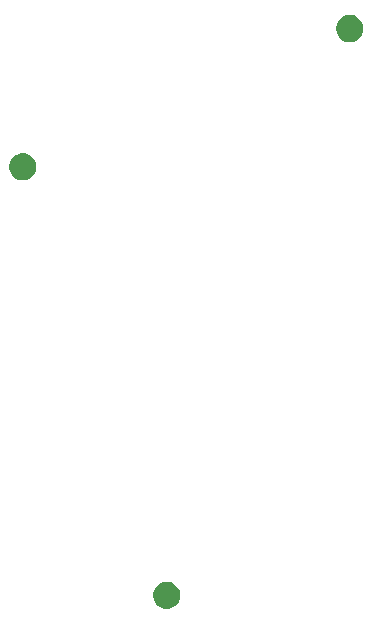
<source format=gbr>
G04 #@! TF.GenerationSoftware,KiCad,Pcbnew,5.1.5+dfsg1-2build2*
G04 #@! TF.CreationDate,2021-03-18T18:12:45+09:00*
G04 #@! TF.ProjectId,puck,7075636b-2e6b-4696-9361-645f70636258,rev?*
G04 #@! TF.SameCoordinates,Original*
G04 #@! TF.FileFunction,Soldermask,Bot*
G04 #@! TF.FilePolarity,Negative*
%FSLAX46Y46*%
G04 Gerber Fmt 4.6, Leading zero omitted, Abs format (unit mm)*
G04 Created by KiCad (PCBNEW 5.1.5+dfsg1-2build2) date 2021-03-18 18:12:45*
%MOMM*%
%LPD*%
G04 APERTURE LIST*
%ADD10C,0.020000*%
G04 APERTURE END LIST*
D10*
G36*
X122374549Y-144071116D02*
G01*
X122485734Y-144093232D01*
X122695203Y-144179997D01*
X122883720Y-144305960D01*
X123044040Y-144466280D01*
X123170003Y-144654797D01*
X123256768Y-144864266D01*
X123301000Y-145086636D01*
X123301000Y-145313364D01*
X123256768Y-145535734D01*
X123170003Y-145745203D01*
X123044040Y-145933720D01*
X122883720Y-146094040D01*
X122695203Y-146220003D01*
X122485734Y-146306768D01*
X122374549Y-146328884D01*
X122263365Y-146351000D01*
X122036635Y-146351000D01*
X121925451Y-146328884D01*
X121814266Y-146306768D01*
X121604797Y-146220003D01*
X121416280Y-146094040D01*
X121255960Y-145933720D01*
X121129997Y-145745203D01*
X121043232Y-145535734D01*
X120999000Y-145313364D01*
X120999000Y-145086636D01*
X121043232Y-144864266D01*
X121129997Y-144654797D01*
X121255960Y-144466280D01*
X121416280Y-144305960D01*
X121604797Y-144179997D01*
X121814266Y-144093232D01*
X121925451Y-144071116D01*
X122036635Y-144049000D01*
X122263365Y-144049000D01*
X122374549Y-144071116D01*
G37*
G36*
X110174549Y-107771116D02*
G01*
X110285734Y-107793232D01*
X110495203Y-107879997D01*
X110683720Y-108005960D01*
X110844040Y-108166280D01*
X110970003Y-108354797D01*
X111056768Y-108564266D01*
X111101000Y-108786636D01*
X111101000Y-109013364D01*
X111056768Y-109235734D01*
X110970003Y-109445203D01*
X110844040Y-109633720D01*
X110683720Y-109794040D01*
X110495203Y-109920003D01*
X110285734Y-110006768D01*
X110174549Y-110028884D01*
X110063365Y-110051000D01*
X109836635Y-110051000D01*
X109725451Y-110028884D01*
X109614266Y-110006768D01*
X109404797Y-109920003D01*
X109216280Y-109794040D01*
X109055960Y-109633720D01*
X108929997Y-109445203D01*
X108843232Y-109235734D01*
X108799000Y-109013364D01*
X108799000Y-108786636D01*
X108843232Y-108564266D01*
X108929997Y-108354797D01*
X109055960Y-108166280D01*
X109216280Y-108005960D01*
X109404797Y-107879997D01*
X109614266Y-107793232D01*
X109725451Y-107771116D01*
X109836635Y-107749000D01*
X110063365Y-107749000D01*
X110174549Y-107771116D01*
G37*
G36*
X137874549Y-96071116D02*
G01*
X137985734Y-96093232D01*
X138195203Y-96179997D01*
X138383720Y-96305960D01*
X138544040Y-96466280D01*
X138670003Y-96654797D01*
X138756768Y-96864266D01*
X138801000Y-97086636D01*
X138801000Y-97313364D01*
X138756768Y-97535734D01*
X138670003Y-97745203D01*
X138544040Y-97933720D01*
X138383720Y-98094040D01*
X138195203Y-98220003D01*
X137985734Y-98306768D01*
X137874549Y-98328884D01*
X137763365Y-98351000D01*
X137536635Y-98351000D01*
X137425451Y-98328884D01*
X137314266Y-98306768D01*
X137104797Y-98220003D01*
X136916280Y-98094040D01*
X136755960Y-97933720D01*
X136629997Y-97745203D01*
X136543232Y-97535734D01*
X136499000Y-97313364D01*
X136499000Y-97086636D01*
X136543232Y-96864266D01*
X136629997Y-96654797D01*
X136755960Y-96466280D01*
X136916280Y-96305960D01*
X137104797Y-96179997D01*
X137314266Y-96093232D01*
X137425451Y-96071116D01*
X137536635Y-96049000D01*
X137763365Y-96049000D01*
X137874549Y-96071116D01*
G37*
M02*

</source>
